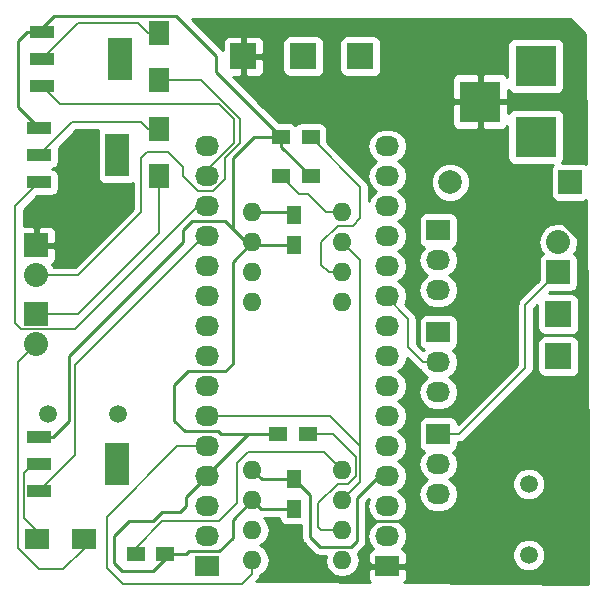
<source format=gbl>
G04 #@! TF.FileFunction,Copper,L2,Bot,Signal*
%FSLAX46Y46*%
G04 Gerber Fmt 4.6, Leading zero omitted, Abs format (unit mm)*
G04 Created by KiCad (PCBNEW 4.0.4-stable) date 10/08/16 21:13:50*
%MOMM*%
%LPD*%
G01*
G04 APERTURE LIST*
%ADD10C,0.152400*%
%ADD11R,1.250000X1.500000*%
%ADD12R,1.500000X1.250000*%
%ADD13C,1.998980*%
%ADD14R,1.998980X1.998980*%
%ADD15R,3.500120X3.500120*%
%ADD16R,2.032000X1.727200*%
%ADD17O,2.032000X1.727200*%
%ADD18R,2.032000X2.032000*%
%ADD19O,2.032000X2.032000*%
%ADD20R,2.235200X2.235200*%
%ADD21R,1.700000X2.000000*%
%ADD22R,2.000000X1.700000*%
%ADD23O,1.600000X1.600000*%
%ADD24R,2.032000X3.657600*%
%ADD25R,2.032000X1.016000*%
%ADD26C,1.500000*%
%ADD27C,0.254000*%
%ADD28C,0.127000*%
G04 APERTURE END LIST*
D10*
D11*
X135128000Y-82062000D03*
X135128000Y-84562000D03*
X135128000Y-104414000D03*
X135128000Y-106914000D03*
D12*
X136251000Y-100584000D03*
X133751000Y-100584000D03*
X136505000Y-75438000D03*
X134005000Y-75438000D03*
X121686000Y-110744000D03*
X124186000Y-110744000D03*
X134005000Y-78740000D03*
X136505000Y-78740000D03*
D13*
X148336000Y-79250540D03*
D14*
X158496000Y-79250540D03*
D15*
X155575000Y-75415140D03*
X155575000Y-69415660D03*
X150876000Y-72415400D03*
D16*
X147320000Y-91948000D03*
D17*
X147320000Y-94488000D03*
X147320000Y-97028000D03*
D16*
X147320000Y-100584000D03*
D17*
X147320000Y-103124000D03*
X147320000Y-105664000D03*
D16*
X147320000Y-83312000D03*
D17*
X147320000Y-85852000D03*
X147320000Y-88392000D03*
D18*
X113284000Y-84582000D03*
D19*
X113284000Y-87122000D03*
D18*
X113284000Y-90424000D03*
D19*
X113284000Y-92964000D03*
D20*
X157480000Y-90424000D03*
D18*
X157480000Y-86868000D03*
D19*
X157480000Y-84328000D03*
D21*
X123698000Y-70580000D03*
X123698000Y-66580000D03*
X123698000Y-78708000D03*
X123698000Y-74708000D03*
D22*
X117316000Y-109474000D03*
X113316000Y-109474000D03*
D20*
X130810000Y-68580000D03*
X135890000Y-68580000D03*
X140716000Y-68580000D03*
X157480000Y-93980000D03*
D23*
X131572000Y-103632000D03*
X131572000Y-106172000D03*
X131572000Y-108712000D03*
X131572000Y-111252000D03*
X139192000Y-111252000D03*
X139192000Y-108712000D03*
X139192000Y-106172000D03*
X139192000Y-103632000D03*
X131572000Y-81788000D03*
X131572000Y-84328000D03*
X131572000Y-86868000D03*
X131572000Y-89408000D03*
X139192000Y-89408000D03*
X139192000Y-86868000D03*
X139192000Y-84328000D03*
X139192000Y-81788000D03*
D16*
X127762000Y-111760000D03*
D17*
X127762000Y-109220000D03*
X127762000Y-106680000D03*
X127762000Y-104140000D03*
X127762000Y-101600000D03*
X127762000Y-99060000D03*
X127762000Y-96520000D03*
X127762000Y-93980000D03*
X127762000Y-91440000D03*
X127762000Y-88900000D03*
X127762000Y-86360000D03*
X127762000Y-83820000D03*
X127762000Y-81280000D03*
X127762000Y-78740000D03*
X127762000Y-76200000D03*
D16*
X143002000Y-111760000D03*
D17*
X143002000Y-109220000D03*
X143002000Y-106680000D03*
X143002000Y-104140000D03*
X143002000Y-101600000D03*
X143002000Y-99060000D03*
X143002000Y-96520000D03*
X143002000Y-93980000D03*
X143002000Y-91440000D03*
X143002000Y-88900000D03*
X143002000Y-86360000D03*
X143002000Y-83820000D03*
X143002000Y-81280000D03*
X143002000Y-78740000D03*
X143002000Y-76200000D03*
D24*
X120396000Y-68834000D03*
D25*
X113792000Y-68834000D03*
X113792000Y-66548000D03*
X113792000Y-71120000D03*
D24*
X120142000Y-76962000D03*
D25*
X113538000Y-76962000D03*
X113538000Y-74676000D03*
X113538000Y-79248000D03*
D24*
X120142000Y-103124000D03*
D25*
X113538000Y-103124000D03*
X113538000Y-100838000D03*
X113538000Y-105410000D03*
D26*
X114236000Y-98846000D03*
X120236000Y-98846000D03*
X154980000Y-110808000D03*
X154980000Y-104808000D03*
D27*
X132588000Y-72390000D02*
X150850600Y-72390000D01*
X150850600Y-72390000D02*
X150876000Y-72415400D01*
X130810000Y-68580000D02*
X130810000Y-70612000D01*
X130810000Y-70612000D02*
X132588000Y-72390000D01*
X132588000Y-72390000D02*
X132613400Y-72415400D01*
X141732000Y-107950000D02*
X155702000Y-107950000D01*
X141224000Y-108458000D02*
X141732000Y-107950000D01*
X141224000Y-111252000D02*
X141224000Y-108458000D01*
X159766000Y-84582000D02*
X151003000Y-75819000D01*
X159766000Y-97917000D02*
X159766000Y-84582000D01*
X156845000Y-100838000D02*
X159766000Y-97917000D01*
X156845000Y-106807000D02*
X156845000Y-100838000D01*
X151003000Y-75819000D02*
X151003000Y-72542400D01*
X155702000Y-107950000D02*
X156845000Y-106807000D01*
X151003000Y-72542400D02*
X150876000Y-72415400D01*
X142875000Y-111760000D02*
X141732000Y-111760000D01*
X141732000Y-111760000D02*
X141224000Y-111252000D01*
X136461500Y-105747500D02*
X135128000Y-104414000D01*
X131572000Y-81788000D02*
X134854000Y-81788000D01*
X134854000Y-81788000D02*
X135128000Y-82062000D01*
X135128000Y-104414000D02*
X132354000Y-104414000D01*
X132354000Y-104414000D02*
X131572000Y-103632000D01*
X136461500Y-109283500D02*
X136461500Y-105747500D01*
X137287000Y-110109000D02*
X136461500Y-109283500D01*
X142875000Y-104140000D02*
X142303500Y-104140000D01*
X142303500Y-104140000D02*
X140462000Y-105981500D01*
X140462000Y-105981500D02*
X140462000Y-109601000D01*
X140462000Y-109601000D02*
X139954000Y-110109000D01*
X139954000Y-110109000D02*
X137287000Y-110109000D01*
D28*
X147320000Y-100584000D02*
X149098000Y-100584000D01*
D10*
X154686000Y-89662000D02*
X157480000Y-86868000D01*
X154686000Y-94996000D02*
X154686000Y-89662000D01*
X149098000Y-100584000D02*
X154686000Y-94996000D01*
D28*
X147320000Y-94488000D02*
X146050000Y-94488000D01*
D10*
X146050000Y-94488000D02*
X144780000Y-93218000D01*
X144780000Y-93218000D02*
X144780000Y-90805000D01*
X144780000Y-90805000D02*
X142875000Y-88900000D01*
D28*
X127762000Y-81280000D02*
X127000000Y-81280000D01*
X127000000Y-81280000D02*
X126746000Y-81534000D01*
D10*
X126746000Y-81534000D02*
X116586000Y-91694000D01*
X111506000Y-81280000D02*
X113538000Y-79248000D01*
X111506000Y-91186000D02*
X111506000Y-81280000D01*
X112014000Y-91694000D02*
X111506000Y-91186000D01*
D28*
X116586000Y-91694000D02*
X112014000Y-91694000D01*
X127762000Y-78740000D02*
X127762000Y-78232000D01*
D10*
X127762000Y-78232000D02*
X130048000Y-75946000D01*
X130048000Y-75946000D02*
X130048000Y-73914000D01*
X130048000Y-73914000D02*
X128778000Y-72644000D01*
X128778000Y-72644000D02*
X115316000Y-72644000D01*
X115316000Y-72644000D02*
X113792000Y-71120000D01*
D28*
X125222000Y-101600000D02*
X127635000Y-101600000D01*
X119253000Y-107569000D02*
X125222000Y-101600000D01*
X119253000Y-111887000D02*
X119253000Y-107569000D01*
X120650000Y-113284000D02*
X119253000Y-111887000D01*
X130683000Y-113284000D02*
X120650000Y-113284000D01*
X131572000Y-112395000D02*
X130683000Y-113284000D01*
X131572000Y-111252000D02*
X131572000Y-112395000D01*
D10*
X127635000Y-99060000D02*
X138176000Y-99060000D01*
D28*
X140716000Y-101600000D02*
X140716000Y-85852000D01*
X140716000Y-85852000D02*
X139192000Y-84328000D01*
X140716000Y-104648000D02*
X139192000Y-106172000D01*
X140716000Y-101600000D02*
X140716000Y-104648000D01*
X138176000Y-99060000D02*
X140716000Y-101600000D01*
X127762000Y-83820000D02*
X127508000Y-83820000D01*
D10*
X127508000Y-83820000D02*
X116586000Y-94742000D01*
X116586000Y-94742000D02*
X116586000Y-102362000D01*
X116586000Y-102362000D02*
X113538000Y-105410000D01*
D27*
X113792000Y-66548000D02*
X113792000Y-66167000D01*
X113792000Y-66167000D02*
X114808000Y-65151000D01*
X128524000Y-69957000D02*
X134005000Y-75438000D01*
X128524000Y-68580000D02*
X128524000Y-69957000D01*
X125095000Y-65151000D02*
X128524000Y-68580000D01*
X114808000Y-65151000D02*
X125095000Y-65151000D01*
X113792000Y-66548000D02*
X112522000Y-66548000D01*
X111760000Y-72898000D02*
X113538000Y-74676000D01*
X111760000Y-67310000D02*
X111760000Y-72898000D01*
X112522000Y-66548000D02*
X111760000Y-67310000D01*
X125730000Y-84328000D02*
X125730000Y-83312000D01*
X116078000Y-93980000D02*
X125730000Y-84328000D01*
X116078000Y-99441000D02*
X116078000Y-93980000D01*
X114681000Y-100838000D02*
X116078000Y-99441000D01*
X129286000Y-82550000D02*
X130048000Y-83312000D01*
X126492000Y-82550000D02*
X129286000Y-82550000D01*
X125730000Y-83312000D02*
X126492000Y-82550000D01*
X113538000Y-100838000D02*
X114681000Y-100838000D01*
X121158000Y-107950000D02*
X123190000Y-107950000D01*
X124186000Y-111145000D02*
X123190000Y-112141000D01*
X123190000Y-112141000D02*
X120523000Y-112141000D01*
X120523000Y-112141000D02*
X119888000Y-111506000D01*
X119888000Y-109220000D02*
X121158000Y-107950000D01*
X119888000Y-111506000D02*
X119888000Y-109220000D01*
X125984000Y-105918000D02*
X127762000Y-104140000D01*
X125984000Y-106680000D02*
X125984000Y-105918000D01*
X125476000Y-107188000D02*
X125984000Y-106680000D01*
X123952000Y-107188000D02*
X125476000Y-107188000D01*
X123190000Y-107950000D02*
X123952000Y-107188000D01*
X131191000Y-100584000D02*
X127635000Y-104140000D01*
X143187000Y-108908000D02*
X142875000Y-109220000D01*
X131191000Y-100584000D02*
X128905000Y-100584000D01*
X128905000Y-100584000D02*
X128651000Y-100330000D01*
X134005000Y-75438000D02*
X131699000Y-75438000D01*
X129921000Y-83185000D02*
X129921000Y-77216000D01*
X129921000Y-77216000D02*
X131699000Y-75438000D01*
X130048000Y-83312000D02*
X129921000Y-83185000D01*
X129921000Y-85979000D02*
X131572000Y-84328000D01*
X129921000Y-94615000D02*
X129921000Y-85979000D01*
X129286000Y-95250000D02*
X129921000Y-94615000D01*
X126111000Y-95250000D02*
X129286000Y-95250000D01*
X124968000Y-96393000D02*
X126111000Y-95250000D01*
X124968000Y-99441000D02*
X124968000Y-96393000D01*
X125857000Y-100330000D02*
X124968000Y-99441000D01*
X128651000Y-100330000D02*
X125857000Y-100330000D01*
X133751000Y-100584000D02*
X131191000Y-100584000D01*
X131572000Y-84328000D02*
X131064000Y-84328000D01*
X131064000Y-84328000D02*
X130048000Y-83312000D01*
X134005000Y-75438000D02*
X134005000Y-76240000D01*
X134005000Y-76240000D02*
X136505000Y-78740000D01*
X135128000Y-84562000D02*
X131806000Y-84562000D01*
X131806000Y-84562000D02*
X131572000Y-84328000D01*
X124186000Y-110744000D02*
X124186000Y-111145000D01*
X124186000Y-110744000D02*
X125984000Y-110744000D01*
X129921000Y-107823000D02*
X131572000Y-106172000D01*
X129921000Y-109347000D02*
X129921000Y-107823000D01*
X128778000Y-110490000D02*
X129921000Y-109347000D01*
X126238000Y-110490000D02*
X128778000Y-110490000D01*
X125984000Y-110744000D02*
X126238000Y-110490000D01*
X135128000Y-106914000D02*
X132314000Y-106914000D01*
X132314000Y-106914000D02*
X131572000Y-106172000D01*
D28*
X139192000Y-108712000D02*
X137414000Y-108712000D01*
X138430000Y-100584000D02*
X136251000Y-100584000D01*
X140335000Y-102489000D02*
X138430000Y-100584000D01*
X140335000Y-104140000D02*
X140335000Y-102489000D01*
X139700000Y-104775000D02*
X140335000Y-104140000D01*
X138811000Y-104775000D02*
X139700000Y-104775000D01*
X137160000Y-106426000D02*
X138811000Y-104775000D01*
X137160000Y-108458000D02*
X137160000Y-106426000D01*
X137414000Y-108712000D02*
X137160000Y-108458000D01*
D10*
X139192000Y-86868000D02*
X138049000Y-86868000D01*
X140716000Y-79649000D02*
X136505000Y-75438000D01*
X140716000Y-82296000D02*
X140716000Y-79649000D01*
X140081000Y-82931000D02*
X140716000Y-82296000D01*
X138811000Y-82931000D02*
X140081000Y-82931000D01*
X137414000Y-84328000D02*
X138811000Y-82931000D01*
X137414000Y-86233000D02*
X137414000Y-84328000D01*
X138049000Y-86868000D02*
X137414000Y-86233000D01*
X130302000Y-105219500D02*
X130302000Y-102997000D01*
X137668000Y-102108000D02*
X139192000Y-103632000D01*
X131191000Y-102108000D02*
X137668000Y-102108000D01*
X130302000Y-102997000D02*
X131191000Y-102108000D01*
D28*
X121686000Y-110744000D02*
X121686000Y-110216000D01*
D10*
X121686000Y-110216000D02*
X123952000Y-107950000D01*
X123952000Y-107950000D02*
X128778000Y-107950000D01*
X128778000Y-107950000D02*
X130302000Y-106426000D01*
D28*
X130302000Y-106426000D02*
X130302000Y-105219500D01*
D10*
X139192000Y-81788000D02*
X137795000Y-81788000D01*
X135529000Y-80264000D02*
X134005000Y-78740000D01*
X136271000Y-80264000D02*
X135529000Y-80264000D01*
X137795000Y-81788000D02*
X136271000Y-80264000D01*
X113284000Y-87122000D02*
X116840000Y-87122000D01*
D28*
X127222000Y-70580000D02*
X123698000Y-70580000D01*
D10*
X130556000Y-73914000D02*
X127222000Y-70580000D01*
X130556000Y-75946000D02*
X130556000Y-73914000D01*
X129286000Y-77216000D02*
X130556000Y-75946000D01*
X129286000Y-78994000D02*
X129286000Y-77216000D01*
X128270000Y-80010000D02*
X129286000Y-78994000D01*
X127000000Y-80010000D02*
X128270000Y-80010000D01*
X125730000Y-78740000D02*
X127000000Y-80010000D01*
X125730000Y-77978000D02*
X125730000Y-78740000D01*
X124460000Y-76708000D02*
X125730000Y-77978000D01*
X122682000Y-76708000D02*
X124460000Y-76708000D01*
D28*
X122174000Y-77216000D02*
X122682000Y-76708000D01*
D10*
X122174000Y-81788000D02*
X122174000Y-77216000D01*
X116840000Y-87122000D02*
X122174000Y-81788000D01*
X123698000Y-78708000D02*
X123698000Y-83566000D01*
D28*
X116840000Y-90424000D02*
X113284000Y-90424000D01*
D10*
X123698000Y-83566000D02*
X116840000Y-90424000D01*
D28*
X117316000Y-109474000D02*
X117316000Y-110268000D01*
D10*
X117316000Y-110268000D02*
X115570000Y-112014000D01*
X115570000Y-112014000D02*
X113538000Y-112014000D01*
X113538000Y-112014000D02*
X111760000Y-110236000D01*
X111760000Y-110236000D02*
X111760000Y-94488000D01*
X111760000Y-94488000D02*
X113284000Y-92964000D01*
D28*
X123698000Y-66580000D02*
X122714000Y-66580000D01*
D10*
X116840000Y-65786000D02*
X113792000Y-68834000D01*
D28*
X121920000Y-65786000D02*
X116840000Y-65786000D01*
X122714000Y-66580000D02*
X121920000Y-65786000D01*
X123698000Y-74708000D02*
X122714000Y-74708000D01*
D10*
X116332000Y-74168000D02*
X113538000Y-76962000D01*
X122174000Y-74168000D02*
X116332000Y-74168000D01*
X122714000Y-74708000D02*
X122174000Y-74168000D01*
D28*
X113316000Y-109474000D02*
X113316000Y-108744000D01*
X113316000Y-108744000D02*
X112268000Y-107696000D01*
X112268000Y-107696000D02*
X112268000Y-103886000D01*
X112268000Y-103886000D02*
X113030000Y-103124000D01*
D27*
G36*
X159766286Y-66727892D02*
X159825962Y-77708312D01*
X159747380Y-77654619D01*
X159495490Y-77603610D01*
X157794047Y-77603610D01*
X157921491Y-77417090D01*
X157972500Y-77165200D01*
X157972500Y-73665080D01*
X157928222Y-73429763D01*
X157789150Y-73213639D01*
X157576950Y-73068649D01*
X157325060Y-73017640D01*
X153824940Y-73017640D01*
X153589623Y-73061918D01*
X153373499Y-73200990D01*
X153261060Y-73365550D01*
X153261060Y-72701150D01*
X153102310Y-72542400D01*
X151003000Y-72542400D01*
X151003000Y-74641710D01*
X151161750Y-74800460D01*
X152752370Y-74800460D01*
X152985759Y-74703787D01*
X153164387Y-74525158D01*
X153177500Y-74493500D01*
X153177500Y-77165200D01*
X153221778Y-77400517D01*
X153360850Y-77616641D01*
X153573050Y-77761631D01*
X153824940Y-77812640D01*
X157027523Y-77812640D01*
X156900079Y-77999160D01*
X156849070Y-78251050D01*
X156849070Y-80250030D01*
X156893348Y-80485347D01*
X157032420Y-80701471D01*
X157244620Y-80846461D01*
X157496510Y-80897470D01*
X159495490Y-80897470D01*
X159730807Y-80853192D01*
X159842663Y-80781215D01*
X159970000Y-104211254D01*
X159970000Y-113282110D01*
X144422911Y-113116715D01*
X144556327Y-112983298D01*
X144653000Y-112749909D01*
X144653000Y-112045750D01*
X144494250Y-111887000D01*
X143129000Y-111887000D01*
X143129000Y-111907000D01*
X142875000Y-111907000D01*
X142875000Y-111887000D01*
X141509750Y-111887000D01*
X141351000Y-112045750D01*
X141351000Y-112749909D01*
X141447673Y-112983298D01*
X141550532Y-113086158D01*
X136272351Y-113030007D01*
X136271000Y-113030000D01*
X131924828Y-113030000D01*
X132065914Y-112888914D01*
X132217330Y-112662305D01*
X132247156Y-112512357D01*
X132614811Y-112266698D01*
X132925880Y-111801151D01*
X133035113Y-111252000D01*
X132925880Y-110702849D01*
X132614811Y-110237302D01*
X132232725Y-109982000D01*
X132614811Y-109726698D01*
X132925880Y-109261151D01*
X133035113Y-108712000D01*
X132925880Y-108162849D01*
X132614811Y-107697302D01*
X132582930Y-107676000D01*
X133857818Y-107676000D01*
X133899838Y-107899317D01*
X134038910Y-108115441D01*
X134251110Y-108260431D01*
X134503000Y-108311440D01*
X135699500Y-108311440D01*
X135699500Y-109283500D01*
X135757504Y-109575105D01*
X135819280Y-109667559D01*
X135922685Y-109822315D01*
X136748184Y-110647815D01*
X136931183Y-110770091D01*
X136995395Y-110812996D01*
X137287000Y-110871000D01*
X137804673Y-110871000D01*
X137728887Y-111252000D01*
X137838120Y-111801151D01*
X138149189Y-112266698D01*
X138614736Y-112577767D01*
X139163887Y-112687000D01*
X139220113Y-112687000D01*
X139769264Y-112577767D01*
X140234811Y-112266698D01*
X140545880Y-111801151D01*
X140655113Y-111252000D01*
X140545880Y-110702849D01*
X140502582Y-110638048D01*
X141000815Y-110139816D01*
X141165996Y-109892605D01*
X141171067Y-109867110D01*
X141224000Y-109601000D01*
X141224000Y-106297130D01*
X141469196Y-106051934D01*
X141432729Y-106106511D01*
X141318655Y-106680000D01*
X141432729Y-107253489D01*
X141757585Y-107739670D01*
X142072366Y-107950000D01*
X141757585Y-108160330D01*
X141432729Y-108646511D01*
X141318655Y-109220000D01*
X141432729Y-109793489D01*
X141757585Y-110279670D01*
X141779780Y-110294500D01*
X141626301Y-110358073D01*
X141447673Y-110536702D01*
X141351000Y-110770091D01*
X141351000Y-111474250D01*
X141509750Y-111633000D01*
X142875000Y-111633000D01*
X142875000Y-111613000D01*
X143129000Y-111613000D01*
X143129000Y-111633000D01*
X144494250Y-111633000D01*
X144653000Y-111474250D01*
X144653000Y-111082285D01*
X153594760Y-111082285D01*
X153805169Y-111591515D01*
X154194436Y-111981461D01*
X154703298Y-112192759D01*
X155254285Y-112193240D01*
X155763515Y-111982831D01*
X156153461Y-111593564D01*
X156364759Y-111084702D01*
X156365240Y-110533715D01*
X156154831Y-110024485D01*
X155765564Y-109634539D01*
X155256702Y-109423241D01*
X154705715Y-109422760D01*
X154196485Y-109633169D01*
X153806539Y-110022436D01*
X153595241Y-110531298D01*
X153594760Y-111082285D01*
X144653000Y-111082285D01*
X144653000Y-110770091D01*
X144556327Y-110536702D01*
X144377699Y-110358073D01*
X144224220Y-110294500D01*
X144246415Y-110279670D01*
X144571271Y-109793489D01*
X144685345Y-109220000D01*
X144571271Y-108646511D01*
X144246415Y-108160330D01*
X143931634Y-107950000D01*
X144246415Y-107739670D01*
X144571271Y-107253489D01*
X144685345Y-106680000D01*
X144571271Y-106106511D01*
X144246415Y-105620330D01*
X143931634Y-105410000D01*
X144246415Y-105199670D01*
X144571271Y-104713489D01*
X144685345Y-104140000D01*
X144571271Y-103566511D01*
X144275595Y-103124000D01*
X145636655Y-103124000D01*
X145750729Y-103697489D01*
X146075585Y-104183670D01*
X146390366Y-104394000D01*
X146075585Y-104604330D01*
X145750729Y-105090511D01*
X145636655Y-105664000D01*
X145750729Y-106237489D01*
X146075585Y-106723670D01*
X146561766Y-107048526D01*
X147135255Y-107162600D01*
X147504745Y-107162600D01*
X148078234Y-107048526D01*
X148564415Y-106723670D01*
X148889271Y-106237489D01*
X149003345Y-105664000D01*
X148889271Y-105090511D01*
X148883775Y-105082285D01*
X153594760Y-105082285D01*
X153805169Y-105591515D01*
X154194436Y-105981461D01*
X154703298Y-106192759D01*
X155254285Y-106193240D01*
X155763515Y-105982831D01*
X156153461Y-105593564D01*
X156364759Y-105084702D01*
X156365240Y-104533715D01*
X156154831Y-104024485D01*
X155765564Y-103634539D01*
X155256702Y-103423241D01*
X154705715Y-103422760D01*
X154196485Y-103633169D01*
X153806539Y-104022436D01*
X153595241Y-104531298D01*
X153594760Y-105082285D01*
X148883775Y-105082285D01*
X148564415Y-104604330D01*
X148249634Y-104394000D01*
X148564415Y-104183670D01*
X148889271Y-103697489D01*
X149003345Y-103124000D01*
X148889271Y-102550511D01*
X148564415Y-102064330D01*
X148550087Y-102054757D01*
X148571317Y-102050762D01*
X148787441Y-101911690D01*
X148932431Y-101699490D01*
X148983440Y-101447600D01*
X148983440Y-101282500D01*
X149098000Y-101282500D01*
X149365305Y-101229330D01*
X149591914Y-101077914D01*
X155179914Y-95489914D01*
X155255361Y-95377000D01*
X155331330Y-95263304D01*
X155384500Y-94996000D01*
X155384500Y-92862400D01*
X155714960Y-92862400D01*
X155714960Y-95097600D01*
X155759238Y-95332917D01*
X155898310Y-95549041D01*
X156110510Y-95694031D01*
X156362400Y-95745040D01*
X158597600Y-95745040D01*
X158832917Y-95700762D01*
X159049041Y-95561690D01*
X159194031Y-95349490D01*
X159245040Y-95097600D01*
X159245040Y-92862400D01*
X159200762Y-92627083D01*
X159061690Y-92410959D01*
X158849490Y-92265969D01*
X158597600Y-92214960D01*
X156362400Y-92214960D01*
X156127083Y-92259238D01*
X155910959Y-92398310D01*
X155765969Y-92610510D01*
X155714960Y-92862400D01*
X155384500Y-92862400D01*
X155384500Y-89951328D01*
X155714960Y-89620868D01*
X155714960Y-91541600D01*
X155759238Y-91776917D01*
X155898310Y-91993041D01*
X156110510Y-92138031D01*
X156362400Y-92189040D01*
X158597600Y-92189040D01*
X158832917Y-92144762D01*
X159049041Y-92005690D01*
X159194031Y-91793490D01*
X159245040Y-91541600D01*
X159245040Y-89306400D01*
X159200762Y-89071083D01*
X159061690Y-88854959D01*
X158849490Y-88709969D01*
X158597600Y-88658960D01*
X156676868Y-88658960D01*
X156804388Y-88531440D01*
X158496000Y-88531440D01*
X158731317Y-88487162D01*
X158947441Y-88348090D01*
X159092431Y-88135890D01*
X159143440Y-87884000D01*
X159143440Y-85852000D01*
X159099162Y-85616683D01*
X158960090Y-85400559D01*
X158811163Y-85298802D01*
X159037670Y-84959810D01*
X159163345Y-84328000D01*
X159037670Y-83696190D01*
X158679778Y-83160567D01*
X158144155Y-82802675D01*
X157512345Y-82677000D01*
X157447655Y-82677000D01*
X156815845Y-82802675D01*
X156280222Y-83160567D01*
X155922330Y-83696190D01*
X155796655Y-84328000D01*
X155922330Y-84959810D01*
X156149499Y-85299792D01*
X156012559Y-85387910D01*
X155867569Y-85600110D01*
X155816560Y-85852000D01*
X155816560Y-87543612D01*
X154192086Y-89168086D01*
X154040670Y-89394695D01*
X154029337Y-89451670D01*
X153987500Y-89662000D01*
X153987500Y-94706672D01*
X148981909Y-99712263D01*
X148939162Y-99485083D01*
X148800090Y-99268959D01*
X148587890Y-99123969D01*
X148336000Y-99072960D01*
X146304000Y-99072960D01*
X146068683Y-99117238D01*
X145852559Y-99256310D01*
X145707569Y-99468510D01*
X145656560Y-99720400D01*
X145656560Y-101447600D01*
X145700838Y-101682917D01*
X145839910Y-101899041D01*
X146052110Y-102044031D01*
X146093439Y-102052400D01*
X146075585Y-102064330D01*
X145750729Y-102550511D01*
X145636655Y-103124000D01*
X144275595Y-103124000D01*
X144246415Y-103080330D01*
X143931634Y-102870000D01*
X144246415Y-102659670D01*
X144571271Y-102173489D01*
X144685345Y-101600000D01*
X144571271Y-101026511D01*
X144246415Y-100540330D01*
X143931634Y-100330000D01*
X144246415Y-100119670D01*
X144571271Y-99633489D01*
X144685345Y-99060000D01*
X144571271Y-98486511D01*
X144246415Y-98000330D01*
X143931634Y-97790000D01*
X144246415Y-97579670D01*
X144571271Y-97093489D01*
X144685345Y-96520000D01*
X144571271Y-95946511D01*
X144246415Y-95460330D01*
X143931634Y-95250000D01*
X144246415Y-95039670D01*
X144571271Y-94553489D01*
X144663582Y-94089410D01*
X145556086Y-94981914D01*
X145782695Y-95133330D01*
X145801190Y-95137009D01*
X146075585Y-95547670D01*
X146390366Y-95758000D01*
X146075585Y-95968330D01*
X145750729Y-96454511D01*
X145636655Y-97028000D01*
X145750729Y-97601489D01*
X146075585Y-98087670D01*
X146561766Y-98412526D01*
X147135255Y-98526600D01*
X147504745Y-98526600D01*
X148078234Y-98412526D01*
X148564415Y-98087670D01*
X148889271Y-97601489D01*
X149003345Y-97028000D01*
X148889271Y-96454511D01*
X148564415Y-95968330D01*
X148249634Y-95758000D01*
X148564415Y-95547670D01*
X148889271Y-95061489D01*
X149003345Y-94488000D01*
X148889271Y-93914511D01*
X148564415Y-93428330D01*
X148550087Y-93418757D01*
X148571317Y-93414762D01*
X148787441Y-93275690D01*
X148932431Y-93063490D01*
X148983440Y-92811600D01*
X148983440Y-91084400D01*
X148939162Y-90849083D01*
X148800090Y-90632959D01*
X148587890Y-90487969D01*
X148336000Y-90436960D01*
X146304000Y-90436960D01*
X146068683Y-90481238D01*
X145852559Y-90620310D01*
X145707569Y-90832510D01*
X145656560Y-91084400D01*
X145656560Y-92811600D01*
X145700838Y-93046917D01*
X145839910Y-93263041D01*
X146052110Y-93408031D01*
X146093439Y-93416400D01*
X146075585Y-93428330D01*
X146036561Y-93486733D01*
X145478500Y-92928672D01*
X145478500Y-90805000D01*
X145455885Y-90691305D01*
X145425330Y-90537695D01*
X145273914Y-90311086D01*
X144517216Y-89554388D01*
X144571271Y-89473489D01*
X144685345Y-88900000D01*
X144571271Y-88326511D01*
X144246415Y-87840330D01*
X143931634Y-87630000D01*
X144246415Y-87419670D01*
X144571271Y-86933489D01*
X144685345Y-86360000D01*
X144584298Y-85852000D01*
X145636655Y-85852000D01*
X145750729Y-86425489D01*
X146075585Y-86911670D01*
X146390366Y-87122000D01*
X146075585Y-87332330D01*
X145750729Y-87818511D01*
X145636655Y-88392000D01*
X145750729Y-88965489D01*
X146075585Y-89451670D01*
X146561766Y-89776526D01*
X147135255Y-89890600D01*
X147504745Y-89890600D01*
X148078234Y-89776526D01*
X148564415Y-89451670D01*
X148889271Y-88965489D01*
X149003345Y-88392000D01*
X148889271Y-87818511D01*
X148564415Y-87332330D01*
X148249634Y-87122000D01*
X148564415Y-86911670D01*
X148889271Y-86425489D01*
X149003345Y-85852000D01*
X148889271Y-85278511D01*
X148564415Y-84792330D01*
X148550087Y-84782757D01*
X148571317Y-84778762D01*
X148787441Y-84639690D01*
X148932431Y-84427490D01*
X148983440Y-84175600D01*
X148983440Y-82448400D01*
X148939162Y-82213083D01*
X148800090Y-81996959D01*
X148587890Y-81851969D01*
X148336000Y-81800960D01*
X146304000Y-81800960D01*
X146068683Y-81845238D01*
X145852559Y-81984310D01*
X145707569Y-82196510D01*
X145656560Y-82448400D01*
X145656560Y-84175600D01*
X145700838Y-84410917D01*
X145839910Y-84627041D01*
X146052110Y-84772031D01*
X146093439Y-84780400D01*
X146075585Y-84792330D01*
X145750729Y-85278511D01*
X145636655Y-85852000D01*
X144584298Y-85852000D01*
X144571271Y-85786511D01*
X144246415Y-85300330D01*
X143931634Y-85090000D01*
X144246415Y-84879670D01*
X144571271Y-84393489D01*
X144685345Y-83820000D01*
X144571271Y-83246511D01*
X144246415Y-82760330D01*
X143931634Y-82550000D01*
X144246415Y-82339670D01*
X144571271Y-81853489D01*
X144685345Y-81280000D01*
X144571271Y-80706511D01*
X144246415Y-80220330D01*
X143931634Y-80010000D01*
X144246415Y-79799670D01*
X144397046Y-79574234D01*
X146701226Y-79574234D01*
X146949538Y-80175195D01*
X147408927Y-80635386D01*
X148009453Y-80884746D01*
X148659694Y-80885314D01*
X149260655Y-80637002D01*
X149720846Y-80177613D01*
X149970206Y-79577087D01*
X149970774Y-78926846D01*
X149722462Y-78325885D01*
X149263073Y-77865694D01*
X148662547Y-77616334D01*
X148012306Y-77615766D01*
X147411345Y-77864078D01*
X146951154Y-78323467D01*
X146701794Y-78923993D01*
X146701226Y-79574234D01*
X144397046Y-79574234D01*
X144571271Y-79313489D01*
X144685345Y-78740000D01*
X144571271Y-78166511D01*
X144246415Y-77680330D01*
X143931634Y-77470000D01*
X144246415Y-77259670D01*
X144571271Y-76773489D01*
X144685345Y-76200000D01*
X144571271Y-75626511D01*
X144246415Y-75140330D01*
X143760234Y-74815474D01*
X143186745Y-74701400D01*
X142817255Y-74701400D01*
X142243766Y-74815474D01*
X141757585Y-75140330D01*
X141432729Y-75626511D01*
X141318655Y-76200000D01*
X141432729Y-76773489D01*
X141757585Y-77259670D01*
X142072366Y-77470000D01*
X141757585Y-77680330D01*
X141432729Y-78166511D01*
X141318655Y-78740000D01*
X141432729Y-79313489D01*
X141757585Y-79799670D01*
X142072366Y-80010000D01*
X141757585Y-80220330D01*
X141432729Y-80706511D01*
X141414500Y-80798154D01*
X141414500Y-79649000D01*
X141361330Y-79381696D01*
X141209914Y-79155086D01*
X137902440Y-75847612D01*
X137902440Y-74813000D01*
X137858162Y-74577683D01*
X137719090Y-74361559D01*
X137506890Y-74216569D01*
X137255000Y-74165560D01*
X135755000Y-74165560D01*
X135519683Y-74209838D01*
X135303559Y-74348910D01*
X135255866Y-74418711D01*
X135219090Y-74361559D01*
X135006890Y-74216569D01*
X134755000Y-74165560D01*
X133810191Y-74165560D01*
X132345781Y-72701150D01*
X148490940Y-72701150D01*
X148490940Y-74291769D01*
X148587613Y-74525158D01*
X148766241Y-74703787D01*
X148999630Y-74800460D01*
X150590250Y-74800460D01*
X150749000Y-74641710D01*
X150749000Y-72542400D01*
X148649690Y-72542400D01*
X148490940Y-72701150D01*
X132345781Y-72701150D01*
X130183662Y-70539031D01*
X148490940Y-70539031D01*
X148490940Y-72129650D01*
X148649690Y-72288400D01*
X150749000Y-72288400D01*
X150749000Y-70189090D01*
X151003000Y-70189090D01*
X151003000Y-72288400D01*
X153102310Y-72288400D01*
X153261060Y-72129650D01*
X153261060Y-71462083D01*
X153360850Y-71617161D01*
X153573050Y-71762151D01*
X153824940Y-71813160D01*
X157325060Y-71813160D01*
X157560377Y-71768882D01*
X157776501Y-71629810D01*
X157921491Y-71417610D01*
X157972500Y-71165720D01*
X157972500Y-67665600D01*
X157928222Y-67430283D01*
X157789150Y-67214159D01*
X157576950Y-67069169D01*
X157325060Y-67018160D01*
X153824940Y-67018160D01*
X153589623Y-67062438D01*
X153373499Y-67201510D01*
X153228509Y-67413710D01*
X153177500Y-67665600D01*
X153177500Y-70337300D01*
X153164387Y-70305642D01*
X152985759Y-70127013D01*
X152752370Y-70030340D01*
X151161750Y-70030340D01*
X151003000Y-70189090D01*
X150749000Y-70189090D01*
X150590250Y-70030340D01*
X148999630Y-70030340D01*
X148766241Y-70127013D01*
X148587613Y-70305642D01*
X148490940Y-70539031D01*
X130183662Y-70539031D01*
X129977230Y-70332600D01*
X130524250Y-70332600D01*
X130683000Y-70173850D01*
X130683000Y-68707000D01*
X130937000Y-68707000D01*
X130937000Y-70173850D01*
X131095750Y-70332600D01*
X132053909Y-70332600D01*
X132287298Y-70235927D01*
X132465927Y-70057299D01*
X132562600Y-69823910D01*
X132562600Y-68865750D01*
X132403850Y-68707000D01*
X130937000Y-68707000D01*
X130683000Y-68707000D01*
X130663000Y-68707000D01*
X130663000Y-68453000D01*
X130683000Y-68453000D01*
X130683000Y-66986150D01*
X130937000Y-66986150D01*
X130937000Y-68453000D01*
X132403850Y-68453000D01*
X132562600Y-68294250D01*
X132562600Y-67462400D01*
X134124960Y-67462400D01*
X134124960Y-69697600D01*
X134169238Y-69932917D01*
X134308310Y-70149041D01*
X134520510Y-70294031D01*
X134772400Y-70345040D01*
X137007600Y-70345040D01*
X137242917Y-70300762D01*
X137459041Y-70161690D01*
X137604031Y-69949490D01*
X137655040Y-69697600D01*
X137655040Y-67462400D01*
X138950960Y-67462400D01*
X138950960Y-69697600D01*
X138995238Y-69932917D01*
X139134310Y-70149041D01*
X139346510Y-70294031D01*
X139598400Y-70345040D01*
X141833600Y-70345040D01*
X142068917Y-70300762D01*
X142285041Y-70161690D01*
X142430031Y-69949490D01*
X142481040Y-69697600D01*
X142481040Y-67462400D01*
X142436762Y-67227083D01*
X142297690Y-67010959D01*
X142085490Y-66865969D01*
X141833600Y-66814960D01*
X139598400Y-66814960D01*
X139363083Y-66859238D01*
X139146959Y-66998310D01*
X139001969Y-67210510D01*
X138950960Y-67462400D01*
X137655040Y-67462400D01*
X137610762Y-67227083D01*
X137471690Y-67010959D01*
X137259490Y-66865969D01*
X137007600Y-66814960D01*
X134772400Y-66814960D01*
X134537083Y-66859238D01*
X134320959Y-66998310D01*
X134175969Y-67210510D01*
X134124960Y-67462400D01*
X132562600Y-67462400D01*
X132562600Y-67336090D01*
X132465927Y-67102701D01*
X132287298Y-66924073D01*
X132053909Y-66827400D01*
X131095750Y-66827400D01*
X130937000Y-66986150D01*
X130683000Y-66986150D01*
X130524250Y-66827400D01*
X129566091Y-66827400D01*
X129332702Y-66924073D01*
X129154073Y-67102701D01*
X129057400Y-67336090D01*
X129057400Y-68035769D01*
X126476630Y-65455000D01*
X158493394Y-65455000D01*
X159766286Y-66727892D01*
X159766286Y-66727892D01*
G37*
X159766286Y-66727892D02*
X159825962Y-77708312D01*
X159747380Y-77654619D01*
X159495490Y-77603610D01*
X157794047Y-77603610D01*
X157921491Y-77417090D01*
X157972500Y-77165200D01*
X157972500Y-73665080D01*
X157928222Y-73429763D01*
X157789150Y-73213639D01*
X157576950Y-73068649D01*
X157325060Y-73017640D01*
X153824940Y-73017640D01*
X153589623Y-73061918D01*
X153373499Y-73200990D01*
X153261060Y-73365550D01*
X153261060Y-72701150D01*
X153102310Y-72542400D01*
X151003000Y-72542400D01*
X151003000Y-74641710D01*
X151161750Y-74800460D01*
X152752370Y-74800460D01*
X152985759Y-74703787D01*
X153164387Y-74525158D01*
X153177500Y-74493500D01*
X153177500Y-77165200D01*
X153221778Y-77400517D01*
X153360850Y-77616641D01*
X153573050Y-77761631D01*
X153824940Y-77812640D01*
X157027523Y-77812640D01*
X156900079Y-77999160D01*
X156849070Y-78251050D01*
X156849070Y-80250030D01*
X156893348Y-80485347D01*
X157032420Y-80701471D01*
X157244620Y-80846461D01*
X157496510Y-80897470D01*
X159495490Y-80897470D01*
X159730807Y-80853192D01*
X159842663Y-80781215D01*
X159970000Y-104211254D01*
X159970000Y-113282110D01*
X144422911Y-113116715D01*
X144556327Y-112983298D01*
X144653000Y-112749909D01*
X144653000Y-112045750D01*
X144494250Y-111887000D01*
X143129000Y-111887000D01*
X143129000Y-111907000D01*
X142875000Y-111907000D01*
X142875000Y-111887000D01*
X141509750Y-111887000D01*
X141351000Y-112045750D01*
X141351000Y-112749909D01*
X141447673Y-112983298D01*
X141550532Y-113086158D01*
X136272351Y-113030007D01*
X136271000Y-113030000D01*
X131924828Y-113030000D01*
X132065914Y-112888914D01*
X132217330Y-112662305D01*
X132247156Y-112512357D01*
X132614811Y-112266698D01*
X132925880Y-111801151D01*
X133035113Y-111252000D01*
X132925880Y-110702849D01*
X132614811Y-110237302D01*
X132232725Y-109982000D01*
X132614811Y-109726698D01*
X132925880Y-109261151D01*
X133035113Y-108712000D01*
X132925880Y-108162849D01*
X132614811Y-107697302D01*
X132582930Y-107676000D01*
X133857818Y-107676000D01*
X133899838Y-107899317D01*
X134038910Y-108115441D01*
X134251110Y-108260431D01*
X134503000Y-108311440D01*
X135699500Y-108311440D01*
X135699500Y-109283500D01*
X135757504Y-109575105D01*
X135819280Y-109667559D01*
X135922685Y-109822315D01*
X136748184Y-110647815D01*
X136931183Y-110770091D01*
X136995395Y-110812996D01*
X137287000Y-110871000D01*
X137804673Y-110871000D01*
X137728887Y-111252000D01*
X137838120Y-111801151D01*
X138149189Y-112266698D01*
X138614736Y-112577767D01*
X139163887Y-112687000D01*
X139220113Y-112687000D01*
X139769264Y-112577767D01*
X140234811Y-112266698D01*
X140545880Y-111801151D01*
X140655113Y-111252000D01*
X140545880Y-110702849D01*
X140502582Y-110638048D01*
X141000815Y-110139816D01*
X141165996Y-109892605D01*
X141171067Y-109867110D01*
X141224000Y-109601000D01*
X141224000Y-106297130D01*
X141469196Y-106051934D01*
X141432729Y-106106511D01*
X141318655Y-106680000D01*
X141432729Y-107253489D01*
X141757585Y-107739670D01*
X142072366Y-107950000D01*
X141757585Y-108160330D01*
X141432729Y-108646511D01*
X141318655Y-109220000D01*
X141432729Y-109793489D01*
X141757585Y-110279670D01*
X141779780Y-110294500D01*
X141626301Y-110358073D01*
X141447673Y-110536702D01*
X141351000Y-110770091D01*
X141351000Y-111474250D01*
X141509750Y-111633000D01*
X142875000Y-111633000D01*
X142875000Y-111613000D01*
X143129000Y-111613000D01*
X143129000Y-111633000D01*
X144494250Y-111633000D01*
X144653000Y-111474250D01*
X144653000Y-111082285D01*
X153594760Y-111082285D01*
X153805169Y-111591515D01*
X154194436Y-111981461D01*
X154703298Y-112192759D01*
X155254285Y-112193240D01*
X155763515Y-111982831D01*
X156153461Y-111593564D01*
X156364759Y-111084702D01*
X156365240Y-110533715D01*
X156154831Y-110024485D01*
X155765564Y-109634539D01*
X155256702Y-109423241D01*
X154705715Y-109422760D01*
X154196485Y-109633169D01*
X153806539Y-110022436D01*
X153595241Y-110531298D01*
X153594760Y-111082285D01*
X144653000Y-111082285D01*
X144653000Y-110770091D01*
X144556327Y-110536702D01*
X144377699Y-110358073D01*
X144224220Y-110294500D01*
X144246415Y-110279670D01*
X144571271Y-109793489D01*
X144685345Y-109220000D01*
X144571271Y-108646511D01*
X144246415Y-108160330D01*
X143931634Y-107950000D01*
X144246415Y-107739670D01*
X144571271Y-107253489D01*
X144685345Y-106680000D01*
X144571271Y-106106511D01*
X144246415Y-105620330D01*
X143931634Y-105410000D01*
X144246415Y-105199670D01*
X144571271Y-104713489D01*
X144685345Y-104140000D01*
X144571271Y-103566511D01*
X144275595Y-103124000D01*
X145636655Y-103124000D01*
X145750729Y-103697489D01*
X146075585Y-104183670D01*
X146390366Y-104394000D01*
X146075585Y-104604330D01*
X145750729Y-105090511D01*
X145636655Y-105664000D01*
X145750729Y-106237489D01*
X146075585Y-106723670D01*
X146561766Y-107048526D01*
X147135255Y-107162600D01*
X147504745Y-107162600D01*
X148078234Y-107048526D01*
X148564415Y-106723670D01*
X148889271Y-106237489D01*
X149003345Y-105664000D01*
X148889271Y-105090511D01*
X148883775Y-105082285D01*
X153594760Y-105082285D01*
X153805169Y-105591515D01*
X154194436Y-105981461D01*
X154703298Y-106192759D01*
X155254285Y-106193240D01*
X155763515Y-105982831D01*
X156153461Y-105593564D01*
X156364759Y-105084702D01*
X156365240Y-104533715D01*
X156154831Y-104024485D01*
X155765564Y-103634539D01*
X155256702Y-103423241D01*
X154705715Y-103422760D01*
X154196485Y-103633169D01*
X153806539Y-104022436D01*
X153595241Y-104531298D01*
X153594760Y-105082285D01*
X148883775Y-105082285D01*
X148564415Y-104604330D01*
X148249634Y-104394000D01*
X148564415Y-104183670D01*
X148889271Y-103697489D01*
X149003345Y-103124000D01*
X148889271Y-102550511D01*
X148564415Y-102064330D01*
X148550087Y-102054757D01*
X148571317Y-102050762D01*
X148787441Y-101911690D01*
X148932431Y-101699490D01*
X148983440Y-101447600D01*
X148983440Y-101282500D01*
X149098000Y-101282500D01*
X149365305Y-101229330D01*
X149591914Y-101077914D01*
X155179914Y-95489914D01*
X155255361Y-95377000D01*
X155331330Y-95263304D01*
X155384500Y-94996000D01*
X155384500Y-92862400D01*
X155714960Y-92862400D01*
X155714960Y-95097600D01*
X155759238Y-95332917D01*
X155898310Y-95549041D01*
X156110510Y-95694031D01*
X156362400Y-95745040D01*
X158597600Y-95745040D01*
X158832917Y-95700762D01*
X159049041Y-95561690D01*
X159194031Y-95349490D01*
X159245040Y-95097600D01*
X159245040Y-92862400D01*
X159200762Y-92627083D01*
X159061690Y-92410959D01*
X158849490Y-92265969D01*
X158597600Y-92214960D01*
X156362400Y-92214960D01*
X156127083Y-92259238D01*
X155910959Y-92398310D01*
X155765969Y-92610510D01*
X155714960Y-92862400D01*
X155384500Y-92862400D01*
X155384500Y-89951328D01*
X155714960Y-89620868D01*
X155714960Y-91541600D01*
X155759238Y-91776917D01*
X155898310Y-91993041D01*
X156110510Y-92138031D01*
X156362400Y-92189040D01*
X158597600Y-92189040D01*
X158832917Y-92144762D01*
X159049041Y-92005690D01*
X159194031Y-91793490D01*
X159245040Y-91541600D01*
X159245040Y-89306400D01*
X159200762Y-89071083D01*
X159061690Y-88854959D01*
X158849490Y-88709969D01*
X158597600Y-88658960D01*
X156676868Y-88658960D01*
X156804388Y-88531440D01*
X158496000Y-88531440D01*
X158731317Y-88487162D01*
X158947441Y-88348090D01*
X159092431Y-88135890D01*
X159143440Y-87884000D01*
X159143440Y-85852000D01*
X159099162Y-85616683D01*
X158960090Y-85400559D01*
X158811163Y-85298802D01*
X159037670Y-84959810D01*
X159163345Y-84328000D01*
X159037670Y-83696190D01*
X158679778Y-83160567D01*
X158144155Y-82802675D01*
X157512345Y-82677000D01*
X157447655Y-82677000D01*
X156815845Y-82802675D01*
X156280222Y-83160567D01*
X155922330Y-83696190D01*
X155796655Y-84328000D01*
X155922330Y-84959810D01*
X156149499Y-85299792D01*
X156012559Y-85387910D01*
X155867569Y-85600110D01*
X155816560Y-85852000D01*
X155816560Y-87543612D01*
X154192086Y-89168086D01*
X154040670Y-89394695D01*
X154029337Y-89451670D01*
X153987500Y-89662000D01*
X153987500Y-94706672D01*
X148981909Y-99712263D01*
X148939162Y-99485083D01*
X148800090Y-99268959D01*
X148587890Y-99123969D01*
X148336000Y-99072960D01*
X146304000Y-99072960D01*
X146068683Y-99117238D01*
X145852559Y-99256310D01*
X145707569Y-99468510D01*
X145656560Y-99720400D01*
X145656560Y-101447600D01*
X145700838Y-101682917D01*
X145839910Y-101899041D01*
X146052110Y-102044031D01*
X146093439Y-102052400D01*
X146075585Y-102064330D01*
X145750729Y-102550511D01*
X145636655Y-103124000D01*
X144275595Y-103124000D01*
X144246415Y-103080330D01*
X143931634Y-102870000D01*
X144246415Y-102659670D01*
X144571271Y-102173489D01*
X144685345Y-101600000D01*
X144571271Y-101026511D01*
X144246415Y-100540330D01*
X143931634Y-100330000D01*
X144246415Y-100119670D01*
X144571271Y-99633489D01*
X144685345Y-99060000D01*
X144571271Y-98486511D01*
X144246415Y-98000330D01*
X143931634Y-97790000D01*
X144246415Y-97579670D01*
X144571271Y-97093489D01*
X144685345Y-96520000D01*
X144571271Y-95946511D01*
X144246415Y-95460330D01*
X143931634Y-95250000D01*
X144246415Y-95039670D01*
X144571271Y-94553489D01*
X144663582Y-94089410D01*
X145556086Y-94981914D01*
X145782695Y-95133330D01*
X145801190Y-95137009D01*
X146075585Y-95547670D01*
X146390366Y-95758000D01*
X146075585Y-95968330D01*
X145750729Y-96454511D01*
X145636655Y-97028000D01*
X145750729Y-97601489D01*
X146075585Y-98087670D01*
X146561766Y-98412526D01*
X147135255Y-98526600D01*
X147504745Y-98526600D01*
X148078234Y-98412526D01*
X148564415Y-98087670D01*
X148889271Y-97601489D01*
X149003345Y-97028000D01*
X148889271Y-96454511D01*
X148564415Y-95968330D01*
X148249634Y-95758000D01*
X148564415Y-95547670D01*
X148889271Y-95061489D01*
X149003345Y-94488000D01*
X148889271Y-93914511D01*
X148564415Y-93428330D01*
X148550087Y-93418757D01*
X148571317Y-93414762D01*
X148787441Y-93275690D01*
X148932431Y-93063490D01*
X148983440Y-92811600D01*
X148983440Y-91084400D01*
X148939162Y-90849083D01*
X148800090Y-90632959D01*
X148587890Y-90487969D01*
X148336000Y-90436960D01*
X146304000Y-90436960D01*
X146068683Y-90481238D01*
X145852559Y-90620310D01*
X145707569Y-90832510D01*
X145656560Y-91084400D01*
X145656560Y-92811600D01*
X145700838Y-93046917D01*
X145839910Y-93263041D01*
X146052110Y-93408031D01*
X146093439Y-93416400D01*
X146075585Y-93428330D01*
X146036561Y-93486733D01*
X145478500Y-92928672D01*
X145478500Y-90805000D01*
X145455885Y-90691305D01*
X145425330Y-90537695D01*
X145273914Y-90311086D01*
X144517216Y-89554388D01*
X144571271Y-89473489D01*
X144685345Y-88900000D01*
X144571271Y-88326511D01*
X144246415Y-87840330D01*
X143931634Y-87630000D01*
X144246415Y-87419670D01*
X144571271Y-86933489D01*
X144685345Y-86360000D01*
X144584298Y-85852000D01*
X145636655Y-85852000D01*
X145750729Y-86425489D01*
X146075585Y-86911670D01*
X146390366Y-87122000D01*
X146075585Y-87332330D01*
X145750729Y-87818511D01*
X145636655Y-88392000D01*
X145750729Y-88965489D01*
X146075585Y-89451670D01*
X146561766Y-89776526D01*
X147135255Y-89890600D01*
X147504745Y-89890600D01*
X148078234Y-89776526D01*
X148564415Y-89451670D01*
X148889271Y-88965489D01*
X149003345Y-88392000D01*
X148889271Y-87818511D01*
X148564415Y-87332330D01*
X148249634Y-87122000D01*
X148564415Y-86911670D01*
X148889271Y-86425489D01*
X149003345Y-85852000D01*
X148889271Y-85278511D01*
X148564415Y-84792330D01*
X148550087Y-84782757D01*
X148571317Y-84778762D01*
X148787441Y-84639690D01*
X148932431Y-84427490D01*
X148983440Y-84175600D01*
X148983440Y-82448400D01*
X148939162Y-82213083D01*
X148800090Y-81996959D01*
X148587890Y-81851969D01*
X148336000Y-81800960D01*
X146304000Y-81800960D01*
X146068683Y-81845238D01*
X145852559Y-81984310D01*
X145707569Y-82196510D01*
X145656560Y-82448400D01*
X145656560Y-84175600D01*
X145700838Y-84410917D01*
X145839910Y-84627041D01*
X146052110Y-84772031D01*
X146093439Y-84780400D01*
X146075585Y-84792330D01*
X145750729Y-85278511D01*
X145636655Y-85852000D01*
X144584298Y-85852000D01*
X144571271Y-85786511D01*
X144246415Y-85300330D01*
X143931634Y-85090000D01*
X144246415Y-84879670D01*
X144571271Y-84393489D01*
X144685345Y-83820000D01*
X144571271Y-83246511D01*
X144246415Y-82760330D01*
X143931634Y-82550000D01*
X144246415Y-82339670D01*
X144571271Y-81853489D01*
X144685345Y-81280000D01*
X144571271Y-80706511D01*
X144246415Y-80220330D01*
X143931634Y-80010000D01*
X144246415Y-79799670D01*
X144397046Y-79574234D01*
X146701226Y-79574234D01*
X146949538Y-80175195D01*
X147408927Y-80635386D01*
X148009453Y-80884746D01*
X148659694Y-80885314D01*
X149260655Y-80637002D01*
X149720846Y-80177613D01*
X149970206Y-79577087D01*
X149970774Y-78926846D01*
X149722462Y-78325885D01*
X149263073Y-77865694D01*
X148662547Y-77616334D01*
X148012306Y-77615766D01*
X147411345Y-77864078D01*
X146951154Y-78323467D01*
X146701794Y-78923993D01*
X146701226Y-79574234D01*
X144397046Y-79574234D01*
X144571271Y-79313489D01*
X144685345Y-78740000D01*
X144571271Y-78166511D01*
X144246415Y-77680330D01*
X143931634Y-77470000D01*
X144246415Y-77259670D01*
X144571271Y-76773489D01*
X144685345Y-76200000D01*
X144571271Y-75626511D01*
X144246415Y-75140330D01*
X143760234Y-74815474D01*
X143186745Y-74701400D01*
X142817255Y-74701400D01*
X142243766Y-74815474D01*
X141757585Y-75140330D01*
X141432729Y-75626511D01*
X141318655Y-76200000D01*
X141432729Y-76773489D01*
X141757585Y-77259670D01*
X142072366Y-77470000D01*
X141757585Y-77680330D01*
X141432729Y-78166511D01*
X141318655Y-78740000D01*
X141432729Y-79313489D01*
X141757585Y-79799670D01*
X142072366Y-80010000D01*
X141757585Y-80220330D01*
X141432729Y-80706511D01*
X141414500Y-80798154D01*
X141414500Y-79649000D01*
X141361330Y-79381696D01*
X141209914Y-79155086D01*
X137902440Y-75847612D01*
X137902440Y-74813000D01*
X137858162Y-74577683D01*
X137719090Y-74361559D01*
X137506890Y-74216569D01*
X137255000Y-74165560D01*
X135755000Y-74165560D01*
X135519683Y-74209838D01*
X135303559Y-74348910D01*
X135255866Y-74418711D01*
X135219090Y-74361559D01*
X135006890Y-74216569D01*
X134755000Y-74165560D01*
X133810191Y-74165560D01*
X132345781Y-72701150D01*
X148490940Y-72701150D01*
X148490940Y-74291769D01*
X148587613Y-74525158D01*
X148766241Y-74703787D01*
X148999630Y-74800460D01*
X150590250Y-74800460D01*
X150749000Y-74641710D01*
X150749000Y-72542400D01*
X148649690Y-72542400D01*
X148490940Y-72701150D01*
X132345781Y-72701150D01*
X130183662Y-70539031D01*
X148490940Y-70539031D01*
X148490940Y-72129650D01*
X148649690Y-72288400D01*
X150749000Y-72288400D01*
X150749000Y-70189090D01*
X151003000Y-70189090D01*
X151003000Y-72288400D01*
X153102310Y-72288400D01*
X153261060Y-72129650D01*
X153261060Y-71462083D01*
X153360850Y-71617161D01*
X153573050Y-71762151D01*
X153824940Y-71813160D01*
X157325060Y-71813160D01*
X157560377Y-71768882D01*
X157776501Y-71629810D01*
X157921491Y-71417610D01*
X157972500Y-71165720D01*
X157972500Y-67665600D01*
X157928222Y-67430283D01*
X157789150Y-67214159D01*
X157576950Y-67069169D01*
X157325060Y-67018160D01*
X153824940Y-67018160D01*
X153589623Y-67062438D01*
X153373499Y-67201510D01*
X153228509Y-67413710D01*
X153177500Y-67665600D01*
X153177500Y-70337300D01*
X153164387Y-70305642D01*
X152985759Y-70127013D01*
X152752370Y-70030340D01*
X151161750Y-70030340D01*
X151003000Y-70189090D01*
X150749000Y-70189090D01*
X150590250Y-70030340D01*
X148999630Y-70030340D01*
X148766241Y-70127013D01*
X148587613Y-70305642D01*
X148490940Y-70539031D01*
X130183662Y-70539031D01*
X129977230Y-70332600D01*
X130524250Y-70332600D01*
X130683000Y-70173850D01*
X130683000Y-68707000D01*
X130937000Y-68707000D01*
X130937000Y-70173850D01*
X131095750Y-70332600D01*
X132053909Y-70332600D01*
X132287298Y-70235927D01*
X132465927Y-70057299D01*
X132562600Y-69823910D01*
X132562600Y-68865750D01*
X132403850Y-68707000D01*
X130937000Y-68707000D01*
X130683000Y-68707000D01*
X130663000Y-68707000D01*
X130663000Y-68453000D01*
X130683000Y-68453000D01*
X130683000Y-66986150D01*
X130937000Y-66986150D01*
X130937000Y-68453000D01*
X132403850Y-68453000D01*
X132562600Y-68294250D01*
X132562600Y-67462400D01*
X134124960Y-67462400D01*
X134124960Y-69697600D01*
X134169238Y-69932917D01*
X134308310Y-70149041D01*
X134520510Y-70294031D01*
X134772400Y-70345040D01*
X137007600Y-70345040D01*
X137242917Y-70300762D01*
X137459041Y-70161690D01*
X137604031Y-69949490D01*
X137655040Y-69697600D01*
X137655040Y-67462400D01*
X138950960Y-67462400D01*
X138950960Y-69697600D01*
X138995238Y-69932917D01*
X139134310Y-70149041D01*
X139346510Y-70294031D01*
X139598400Y-70345040D01*
X141833600Y-70345040D01*
X142068917Y-70300762D01*
X142285041Y-70161690D01*
X142430031Y-69949490D01*
X142481040Y-69697600D01*
X142481040Y-67462400D01*
X142436762Y-67227083D01*
X142297690Y-67010959D01*
X142085490Y-66865969D01*
X141833600Y-66814960D01*
X139598400Y-66814960D01*
X139363083Y-66859238D01*
X139146959Y-66998310D01*
X139001969Y-67210510D01*
X138950960Y-67462400D01*
X137655040Y-67462400D01*
X137610762Y-67227083D01*
X137471690Y-67010959D01*
X137259490Y-66865969D01*
X137007600Y-66814960D01*
X134772400Y-66814960D01*
X134537083Y-66859238D01*
X134320959Y-66998310D01*
X134175969Y-67210510D01*
X134124960Y-67462400D01*
X132562600Y-67462400D01*
X132562600Y-67336090D01*
X132465927Y-67102701D01*
X132287298Y-66924073D01*
X132053909Y-66827400D01*
X131095750Y-66827400D01*
X130937000Y-66986150D01*
X130683000Y-66986150D01*
X130524250Y-66827400D01*
X129566091Y-66827400D01*
X129332702Y-66924073D01*
X129154073Y-67102701D01*
X129057400Y-67336090D01*
X129057400Y-68035769D01*
X126476630Y-65455000D01*
X158493394Y-65455000D01*
X159766286Y-66727892D01*
G36*
X118529569Y-74881310D02*
X118478560Y-75133200D01*
X118478560Y-78790800D01*
X118522838Y-79026117D01*
X118661910Y-79242241D01*
X118874110Y-79387231D01*
X119126000Y-79438240D01*
X121158000Y-79438240D01*
X121393317Y-79393962D01*
X121475500Y-79341079D01*
X121475500Y-81498672D01*
X116550672Y-86423500D01*
X114797109Y-86423500D01*
X114617034Y-86153999D01*
X114659698Y-86136327D01*
X114838327Y-85957699D01*
X114935000Y-85724310D01*
X114935000Y-84867750D01*
X114776250Y-84709000D01*
X113411000Y-84709000D01*
X113411000Y-84729000D01*
X113157000Y-84729000D01*
X113157000Y-84709000D01*
X113137000Y-84709000D01*
X113137000Y-84455000D01*
X113157000Y-84455000D01*
X113157000Y-83089750D01*
X113411000Y-83089750D01*
X113411000Y-84455000D01*
X114776250Y-84455000D01*
X114935000Y-84296250D01*
X114935000Y-83439690D01*
X114838327Y-83206301D01*
X114659698Y-83027673D01*
X114426309Y-82931000D01*
X113569750Y-82931000D01*
X113411000Y-83089750D01*
X113157000Y-83089750D01*
X112998250Y-82931000D01*
X112204500Y-82931000D01*
X112204500Y-81569328D01*
X113370388Y-80403440D01*
X114554000Y-80403440D01*
X114789317Y-80359162D01*
X115005441Y-80220090D01*
X115150431Y-80007890D01*
X115201440Y-79756000D01*
X115201440Y-78740000D01*
X115157162Y-78504683D01*
X115018090Y-78288559D01*
X114805890Y-78143569D01*
X114617686Y-78105457D01*
X114789317Y-78073162D01*
X115005441Y-77934090D01*
X115150431Y-77721890D01*
X115201440Y-77470000D01*
X115201440Y-76454000D01*
X115174896Y-76312932D01*
X116621328Y-74866500D01*
X118539688Y-74866500D01*
X118529569Y-74881310D01*
X118529569Y-74881310D01*
G37*
X118529569Y-74881310D02*
X118478560Y-75133200D01*
X118478560Y-78790800D01*
X118522838Y-79026117D01*
X118661910Y-79242241D01*
X118874110Y-79387231D01*
X119126000Y-79438240D01*
X121158000Y-79438240D01*
X121393317Y-79393962D01*
X121475500Y-79341079D01*
X121475500Y-81498672D01*
X116550672Y-86423500D01*
X114797109Y-86423500D01*
X114617034Y-86153999D01*
X114659698Y-86136327D01*
X114838327Y-85957699D01*
X114935000Y-85724310D01*
X114935000Y-84867750D01*
X114776250Y-84709000D01*
X113411000Y-84709000D01*
X113411000Y-84729000D01*
X113157000Y-84729000D01*
X113157000Y-84709000D01*
X113137000Y-84709000D01*
X113137000Y-84455000D01*
X113157000Y-84455000D01*
X113157000Y-83089750D01*
X113411000Y-83089750D01*
X113411000Y-84455000D01*
X114776250Y-84455000D01*
X114935000Y-84296250D01*
X114935000Y-83439690D01*
X114838327Y-83206301D01*
X114659698Y-83027673D01*
X114426309Y-82931000D01*
X113569750Y-82931000D01*
X113411000Y-83089750D01*
X113157000Y-83089750D01*
X112998250Y-82931000D01*
X112204500Y-82931000D01*
X112204500Y-81569328D01*
X113370388Y-80403440D01*
X114554000Y-80403440D01*
X114789317Y-80359162D01*
X115005441Y-80220090D01*
X115150431Y-80007890D01*
X115201440Y-79756000D01*
X115201440Y-78740000D01*
X115157162Y-78504683D01*
X115018090Y-78288559D01*
X114805890Y-78143569D01*
X114617686Y-78105457D01*
X114789317Y-78073162D01*
X115005441Y-77934090D01*
X115150431Y-77721890D01*
X115201440Y-77470000D01*
X115201440Y-76454000D01*
X115174896Y-76312932D01*
X116621328Y-74866500D01*
X118539688Y-74866500D01*
X118529569Y-74881310D01*
M02*

</source>
